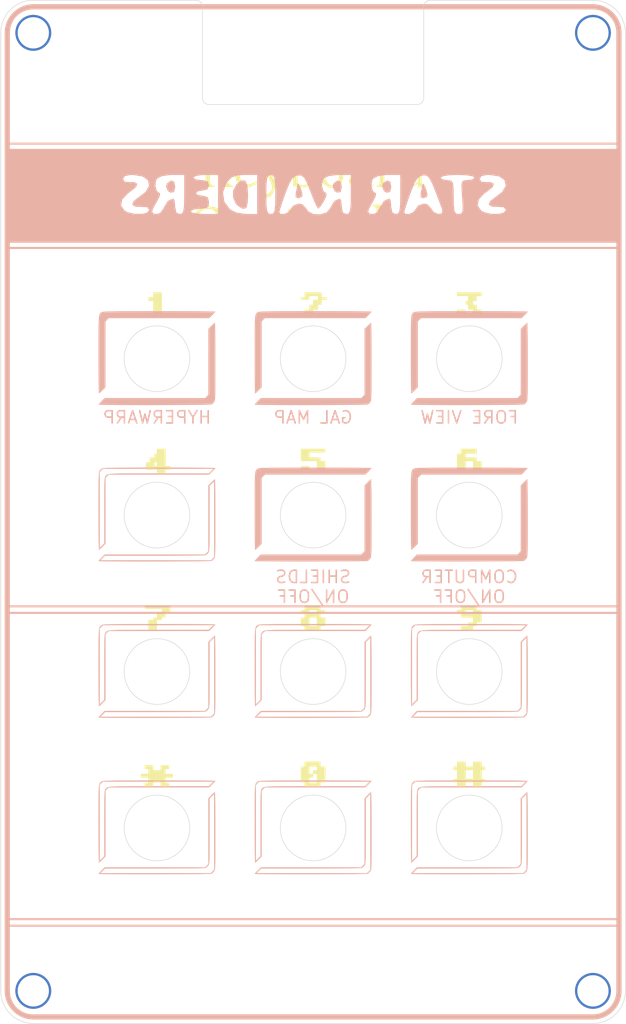
<source format=kicad_pcb>
(kicad_pcb (version 20171130) (host pcbnew "(5.1.8)-1")
  (layers (0 F.Cu signal) (31 B.Cu signal) (34 B.Paste user) (35 F.Paste user) (36 B.SilkS user) (37 F.SilkS user) (38 B.Mask user) (39 F.Mask user) (44 Edge.Cuts user))
  (net 0 "")
  (module artwork:key_5 (layer F.Cu) (at 152.4 85.09)
    (fp_text reference G*** hide)
    (fp_text value LOGO hide)
  )
  (module artwork:key_star (layer F.Cu) (at 137.16 115.57)
    (fp_text reference G*** hide)
    (fp_text value LOGO hide)
  )
  (module artwork:key_2 (layer F.Cu) (at 152.4 69.85)
    (fp_text reference G*** hide)
    (fp_text value LOGO hide)
  )
  (module artwork:key_3 (layer F.Cu) (at 167.64 69.85)
    (fp_text reference G*** hide)
    (fp_text value LOGO hide)
  )
  (module artwork:key_6 (layer F.Cu) (at 167.64 85.09)
    (fp_text reference G*** hide)
    (fp_text value LOGO hide)
  )
  (module artwork:key_4 (layer F.Cu) (at 137.16 85.09)
    (fp_text reference G*** hide)
    (fp_text value LOGO hide)
  )
  (module artwork:key_7 (layer F.Cu) (at 137.16 100.33)
    (fp_text reference G*** hide)
    (fp_text value LOGO hide)
  )
  (module artwork:key_8 (layer F.Cu) (at 152.4 100.33)
    (fp_text reference G*** hide)
    (fp_text value LOGO hide)
  )
  (module artwork:key_9 (layer F.Cu) (at 167.64 100.33)
    (fp_text reference G*** hide)
    (fp_text value LOGO hide)
  )
  (module artwork:key_hash (layer F.Cu) (at 167.64 115.57)
    (fp_text reference G*** hide)
    (fp_text value LOGO hide)
  )
  (module artwork:key_0 (layer F.Cu) (at 152.4 115.57)
    (fp_text reference G*** hide)
    (fp_text value LOGO hide)
  )
  (module artwork:key_1 (layer F.Cu) (at 137.16 69.85)
    (fp_text reference G*** hide)
    (fp_text value LOGO hide)
  )
  (module artwork:title (layer F.Cu) (at 152.4 59.055)
    (fp_text reference G*** hide)
    (fp_text value LOGO hide)
  )
  (module artwork:sr_no_key (layer B.Cu) (at 137.16 90.17)
    (fp_text reference G*** hide)
    (fp_text value LOGO hide)
  )
  (module artwork:sr_no_key (layer B.Cu) (at 137.16 105.41)
    (fp_text reference G*** hide)
    (fp_text value LOGO hide)
  )
  (module artwork:sr_no_key (layer B.Cu) (at 152.4 105.41)
    (fp_text reference G*** hide)
    (fp_text value LOGO hide)
  )
  (module artwork:sr_no_key (layer B.Cu) (at 167.64 105.41)
    (fp_text reference G*** hide)
    (fp_text value LOGO hide)
  )
  (module artwork:sr_no_key (layer B.Cu) (at 167.64 120.65)
    (fp_text reference G*** hide)
    (fp_text value LOGO hide)
  )
  (module artwork:sr_no_key (layer B.Cu) (at 152.4 120.65)
    (fp_text reference G*** hide)
    (fp_text value LOGO hide)
  )
  (module artwork:sr_no_key (layer B.Cu) (at 137.16 120.65)
    (fp_text reference G*** hide)
    (fp_text value LOGO hide)
  )
  (module artwork:sr_key (layer B.Cu) (at 167.64 74.93)
    (fp_text reference G*** hide)
    (fp_text value LOGO hide)
  )
  (module artwork:sr_key (layer B.Cu) (at 152.4 74.93)
    (fp_text reference G*** hide)
    (fp_text value LOGO hide)
  )
  (module artwork:sr_key (layer B.Cu) (at 137.16 74.93)
    (fp_text reference G*** hide)
    (fp_text value LOGO hide)
  )
  (module artwork:sr_key (layer B.Cu) (at 167.64 90.17)
    (fp_text reference G*** hide)
    (fp_text value LOGO hide)
  )
  (module artwork:sr_key (layer B.Cu) (at 152.4 90.17)
    (fp_text reference G*** hide)
    (fp_text value LOGO hide)
  )
  (module artwork:sr_title (layer B.Cu) (at 152.4 59.055 180)
    (fp_text reference G*** hide)
    (fp_text value LOGO hide)
  )
  (module mounting:M3_pin (layer F.Cu) (at 125.095 136.525)
    (fp_text reference M1 hide)
    (fp_text value Mounting hide)
    (pad 1 thru_hole circle (at 0 0) (size 3.5 3.5) (drill 3.048) (layers *.Cu *.Mask))
  )
  (module mounting:M3_pin (layer F.Cu) (at 179.705 136.525)
    (fp_text reference M2 hide)
    (fp_text value Mounting hide)
    (pad 1 thru_hole circle (at 0 0) (size 3.5 3.5) (drill 3.048) (layers *.Cu *.Mask))
  )
  (module mounting:M3_pin (layer F.Cu) (at 179.705 43.18)
    (fp_text reference M3 hide)
    (fp_text value Mounting hide)
    (pad 1 thru_hole circle (at 0 0) (size 3.5 3.5) (drill 3.048) (layers *.Cu *.Mask))
  )
  (module mounting:M3_pin (layer F.Cu) (at 125.095 43.18)
    (fp_text reference M4 hide)
    (fp_text value Mounting hide)
    (pad 1 thru_hole circle (at 0 0) (size 3.5 3.5) (drill 3.048) (layers *.Cu *.Mask))
  )
  (gr_line (start 122.555 64.135) (end 182.245 64.135) (layer B.SilkS) (width 0.2))
  (gr_line (start 182.245 63.5) (end 122.555 63.5) (layer B.SilkS) (width 0.2))
  (gr_line (start 122.555 54.61) (end 182.245 54.61) (layer B.SilkS) (width 0.2))
  (gr_line (start 182.245 53.975) (end 122.555 53.975) (layer B.SilkS) (width 0.2))
  (gr_arc (start 125.095 43.18) (end 122.555 43.18) (angle 90) (layer B.SilkS) (width 0.5))
  (gr_line (start 125.095 139.065) (end 179.705 139.065) (layer B.SilkS) (width 0.5))
  (gr_line (start 179.705 40.64) (end 125.095 40.64) (layer B.SilkS) (width 0.5))
  (gr_line (start 182.245 136.525) (end 182.245 43.18) (layer B.SilkS) (width 0.5))
  (gr_arc (start 179.705 136.525) (end 182.245 136.525) (angle 90) (layer B.SilkS) (width 0.5))
  (gr_line (start 122.555 43.18) (end 122.555 136.525) (layer B.SilkS) (width 0.5))
  (gr_arc (start 125.095 136.525) (end 125.095 139.065) (angle 90) (layer B.SilkS) (width 0.5))
  (gr_arc (start 179.705 43.18) (end 179.705 40.64) (angle 90) (layer B.SilkS) (width 0.5))
  (gr_line (start 182.245 129.54) (end 122.555 129.54) (layer B.SilkS) (width 0.2))
  (gr_line (start 122.555 130.175) (end 182.245 130.175) (layer B.SilkS) (width 0.2))
  (gr_line (start 122.555 99.695) (end 182.245 99.695) (layer B.SilkS) (width 0.2))
  (gr_line (start 182.245 99.06) (end 122.555 99.06) (layer B.SilkS) (width 0.2))
  (gr_text "SHIELDS\nON/OFF" (at 152.4 97.155) (layer B.SilkS) (effects (font (size 1.2 1.2)) (justify mirror)))
  (gr_text "COMPUTER\nON/OFF" (at 167.64 97.155) (layer B.SilkS) (effects (font (size 1.2 1.2)) (justify mirror)))
  (gr_text HYPERWARP (at 137.16 80.645) (layer B.SilkS) (effects (font (size 1.2 1.2)) (justify mirror)))
  (gr_text "GAL MAP" (at 152.4 80.645) (layer B.SilkS) (effects (font (size 1.2 1.2)) (justify mirror)))
  (gr_text "FORE VIEW" (at 167.64 80.645) (layer B.SilkS) (effects (font (size 1.2 1.2)) (justify mirror)))
  (gr_circle (center 137.16 120.65) (end 140.36 120.65) (layer Edge.Cuts) (width 0.05))
  (gr_circle (center 152.4 120.65) (end 155.6 120.65) (layer Edge.Cuts) (width 0.05))
  (gr_circle (center 167.64 120.65) (end 170.84 120.65) (layer Edge.Cuts) (width 0.05))
  (gr_circle (center 167.64 105.41) (end 170.84 105.41) (layer Edge.Cuts) (width 0.05))
  (gr_circle (center 152.4 105.41) (end 155.6 105.41) (layer Edge.Cuts) (width 0.05))
  (gr_circle (center 137.16 105.41) (end 140.36 105.41) (layer Edge.Cuts) (width 0.05))
  (gr_circle (center 137.16 90.17) (end 140.36 90.17) (layer Edge.Cuts) (width 0.05))
  (gr_circle (center 152.4 90.17) (end 155.6 90.17) (layer Edge.Cuts) (width 0.05))
  (gr_circle (center 167.64 90.17) (end 170.84 90.17) (layer Edge.Cuts) (width 0.05))
  (gr_circle (center 167.64 74.93) (end 170.84 74.93) (layer Edge.Cuts) (width 0.05))
  (gr_circle (center 152.4 74.93) (end 155.6 74.93) (layer Edge.Cuts) (width 0.05))
  (gr_circle (center 137.16 74.93) (end 140.36 74.93) (layer Edge.Cuts) (width 0.05))
  (gr_line (start 163.83 40.005) (end 179.705 40.005) (layer Edge.Cuts) (width 0.05))
  (gr_arc (start 142.24 49.53) (end 141.605 49.53) (angle -90) (layer Edge.Cuts) (width 0.05))
  (gr_arc (start 140.97 40.64) (end 141.605 40.64) (angle -90) (layer Edge.Cuts) (width 0.05))
  (gr_arc (start 163.83 40.64) (end 163.83 40.005) (angle -90) (layer Edge.Cuts) (width 0.05))
  (gr_arc (start 162.56 49.53) (end 162.56 50.165) (angle -90) (layer Edge.Cuts) (width 0.05))
  (gr_line (start 141.605 49.53) (end 141.605 40.64) (layer Edge.Cuts) (width 0.05))
  (gr_line (start 162.56 50.165) (end 142.24 50.165) (layer Edge.Cuts) (width 0.05))
  (gr_line (start 163.195 49.53) (end 163.195 40.64) (layer Edge.Cuts) (width 0.05))
  (gr_line (start 122.555 136.525) (end 122.555 43.18) (layer F.SilkS) (width 0.5))
  (gr_line (start 179.705 139.065) (end 125.095 139.065) (layer F.SilkS) (width 0.5))
  (gr_line (start 182.245 43.18) (end 182.245 136.525) (layer F.SilkS) (width 0.5))
  (gr_line (start 125.095 40.64) (end 179.705 40.64) (layer F.SilkS) (width 0.5))
  (gr_arc (start 125.095 136.525) (end 122.555 136.525) (angle -90) (layer F.SilkS) (width 0.5))
  (gr_arc (start 179.705 136.525) (end 179.705 139.065) (angle -90) (layer F.SilkS) (width 0.5))
  (gr_arc (start 179.705 43.18) (end 182.245 43.18) (angle -90) (layer F.SilkS) (width 0.5))
  (gr_arc (start 125.095 43.18) (end 125.095 40.64) (angle -90) (layer F.SilkS) (width 0.5))
  (gr_line (start 125.095 139.7) (end 179.705 139.7) (layer Edge.Cuts) (width 0.05))
  (gr_line (start 121.92 43.18) (end 121.92 136.525) (layer Edge.Cuts) (width 0.05))
  (gr_line (start 140.97 40.005) (end 125.095 40.005) (layer Edge.Cuts) (width 0.05))
  (gr_line (start 182.88 43.18) (end 182.88 136.525) (layer Edge.Cuts) (width 0.05))
  (gr_arc (start 179.705 136.525) (end 179.705 139.7) (angle -90) (layer Edge.Cuts) (width 0.05))
  (gr_arc (start 125.095 136.525) (end 121.92 136.525) (angle -90) (layer Edge.Cuts) (width 0.05))
  (gr_arc (start 125.095 43.18) (end 125.095 40.005) (angle -90) (layer Edge.Cuts) (width 0.05))
  (gr_arc (start 179.705 43.18) (end 182.88 43.18) (angle -90) (layer Edge.Cuts) (width 0.05))
)
</source>
